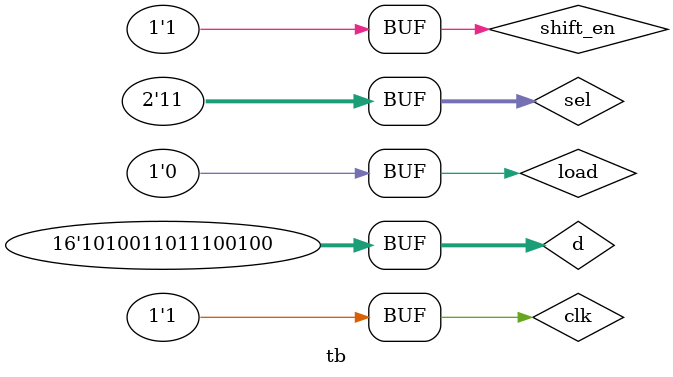
<source format=v>
module tb();
  reg [15:0]d;
  reg [1:0]sel;
  reg clk,load,shift_en;
  wire [15:0]q;
  
  uni_shift u0(d,clk,load,shift_en,sel,q);
  
  always
  begin
    clk=1'b0;
    #5
    clk=1'b1;
    #5;
  end
  
  always
  begin
    
  load=1'b1;
  shift_en=1'b0;
  sel=2'b00;
  d=16'b1010011011100101;
  #20
  
  load=1'b0;
  shift_en=2'b01;
  sel=2'b00;
  d=16'b1010011011100101;
  #50
  
  load=2'b10;
  shift_en=1'b1;
  sel=2'b01;
  d=16'b1010011011100101;
  #50
  
  load=1'b1;
  shift_en=1'b0;
  sel=2'b00;
  d=16'b1110011010110110;
  #20
  
  load=1'b0;
  shift_en=1'b1;
  sel=2'b10;
  d=16'b1010011011100100;
  #60
  
  load=1'b0;
  shift_en=1'b1;
  sel=2'b11;
  d=16'b1010011011100100;
  #60;
  
end

endmodule

</source>
